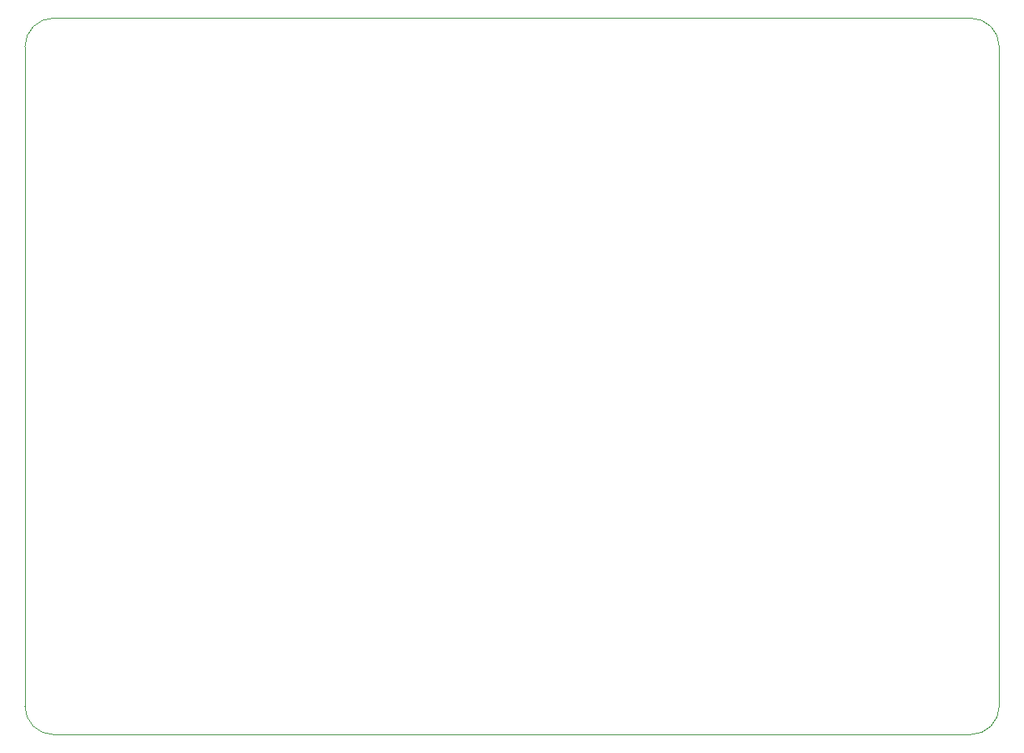
<source format=gbr>
%TF.GenerationSoftware,KiCad,Pcbnew,7.0.1*%
%TF.CreationDate,2023-07-17T00:52:35+01:00*%
%TF.ProjectId,Motor Driver Board,4d6f746f-7220-4447-9269-76657220426f,rev?*%
%TF.SameCoordinates,Original*%
%TF.FileFunction,Profile,NP*%
%FSLAX46Y46*%
G04 Gerber Fmt 4.6, Leading zero omitted, Abs format (unit mm)*
G04 Created by KiCad (PCBNEW 7.0.1) date 2023-07-17 00:52:35*
%MOMM*%
%LPD*%
G01*
G04 APERTURE LIST*
%TA.AperFunction,Profile*%
%ADD10C,0.100000*%
%TD*%
G04 APERTURE END LIST*
D10*
X103000000Y-135000000D02*
X199000000Y-135000000D01*
X100000000Y-132000000D02*
G75*
G03*
X103000000Y-135000000I3000000J0D01*
G01*
X199000000Y-60000000D02*
X103000000Y-60000000D01*
X202000000Y-63000000D02*
G75*
G03*
X199000000Y-60000000I-3000000J0D01*
G01*
X202000000Y-132000000D02*
X202000000Y-63000000D01*
X100000000Y-63000000D02*
X100000000Y-132000000D01*
X103000000Y-60000000D02*
G75*
G03*
X100000000Y-63000000I0J-3000000D01*
G01*
X199000000Y-135000000D02*
G75*
G03*
X202000000Y-132000000I0J3000000D01*
G01*
M02*

</source>
